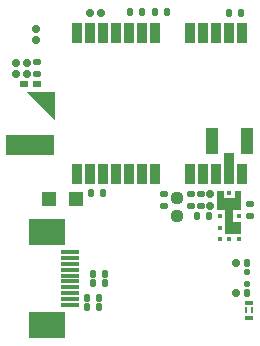
<source format=gtp>
G04*
G04 #@! TF.GenerationSoftware,Altium Limited,Altium Designer,23.3.1 (30)*
G04*
G04 Layer_Color=8421504*
%FSAX44Y44*%
%MOMM*%
G71*
G04*
G04 #@! TF.SameCoordinates,EEB403B8-57DA-4B53-8A1C-A64ED6DC22F4*
G04*
G04*
G04 #@! TF.FilePolarity,Positive*
G04*
G01*
G75*
%ADD16R,0.8000X0.3500*%
%ADD17R,0.2600X0.5000*%
%ADD18R,0.8500X1.8000*%
%ADD19R,1.1500X1.3000*%
G04:AMPARAMS|DCode=20|XSize=0.6mm|YSize=0.55mm|CornerRadius=0.1375mm|HoleSize=0mm|Usage=FLASHONLY|Rotation=180.000|XOffset=0mm|YOffset=0mm|HoleType=Round|Shape=RoundedRectangle|*
%AMROUNDEDRECTD20*
21,1,0.6000,0.2750,0,0,180.0*
21,1,0.3250,0.5500,0,0,180.0*
1,1,0.2750,-0.1625,0.1375*
1,1,0.2750,0.1625,0.1375*
1,1,0.2750,0.1625,-0.1375*
1,1,0.2750,-0.1625,-0.1375*
%
%ADD20ROUNDEDRECTD20*%
G04:AMPARAMS|DCode=21|XSize=0.95mm|YSize=0.95mm|CornerRadius=0.2375mm|HoleSize=0mm|Usage=FLASHONLY|Rotation=0.000|XOffset=0mm|YOffset=0mm|HoleType=Round|Shape=RoundedRectangle|*
%AMROUNDEDRECTD21*
21,1,0.9500,0.4750,0,0,0.0*
21,1,0.4750,0.9500,0,0,0.0*
1,1,0.4750,0.2375,-0.2375*
1,1,0.4750,-0.2375,-0.2375*
1,1,0.4750,-0.2375,0.2375*
1,1,0.4750,0.2375,0.2375*
%
%ADD21ROUNDEDRECTD21*%
G04:AMPARAMS|DCode=22|XSize=0.6mm|YSize=0.6mm|CornerRadius=0.15mm|HoleSize=0mm|Usage=FLASHONLY|Rotation=90.000|XOffset=0mm|YOffset=0mm|HoleType=Round|Shape=RoundedRectangle|*
%AMROUNDEDRECTD22*
21,1,0.6000,0.3000,0,0,90.0*
21,1,0.3000,0.6000,0,0,90.0*
1,1,0.3000,0.1500,0.1500*
1,1,0.3000,0.1500,-0.1500*
1,1,0.3000,-0.1500,-0.1500*
1,1,0.3000,-0.1500,0.1500*
%
%ADD22ROUNDEDRECTD22*%
G04:AMPARAMS|DCode=23|XSize=0.6mm|YSize=0.55mm|CornerRadius=0.1375mm|HoleSize=0mm|Usage=FLASHONLY|Rotation=270.000|XOffset=0mm|YOffset=0mm|HoleType=Round|Shape=RoundedRectangle|*
%AMROUNDEDRECTD23*
21,1,0.6000,0.2750,0,0,270.0*
21,1,0.3250,0.5500,0,0,270.0*
1,1,0.2750,-0.1375,-0.1625*
1,1,0.2750,-0.1375,0.1625*
1,1,0.2750,0.1375,0.1625*
1,1,0.2750,0.1375,-0.1625*
%
%ADD23ROUNDEDRECTD23*%
%ADD24R,1.0500X2.2000*%
%ADD25R,0.8500X1.0500*%
G04:AMPARAMS|DCode=26|XSize=0.6mm|YSize=0.6mm|CornerRadius=0.15mm|HoleSize=0mm|Usage=FLASHONLY|Rotation=180.000|XOffset=0mm|YOffset=0mm|HoleType=Round|Shape=RoundedRectangle|*
%AMROUNDEDRECTD26*
21,1,0.6000,0.3000,0,0,180.0*
21,1,0.3000,0.6000,0,0,180.0*
1,1,0.3000,-0.1500,0.1500*
1,1,0.3000,0.1500,0.1500*
1,1,0.3000,0.1500,-0.1500*
1,1,0.3000,-0.1500,-0.1500*
%
%ADD26ROUNDEDRECTD26*%
G04:AMPARAMS|DCode=27|XSize=0.5mm|YSize=0.6mm|CornerRadius=0.125mm|HoleSize=0mm|Usage=FLASHONLY|Rotation=180.000|XOffset=0mm|YOffset=0mm|HoleType=Round|Shape=RoundedRectangle|*
%AMROUNDEDRECTD27*
21,1,0.5000,0.3500,0,0,180.0*
21,1,0.2500,0.6000,0,0,180.0*
1,1,0.2500,-0.1250,0.1750*
1,1,0.2500,0.1250,0.1750*
1,1,0.2500,0.1250,-0.1750*
1,1,0.2500,-0.1250,-0.1750*
%
%ADD27ROUNDEDRECTD27*%
%ADD28R,0.3600X0.3400*%
%ADD29R,4.1000X1.7000*%
G04:AMPARAMS|DCode=30|XSize=0.5mm|YSize=0.55mm|CornerRadius=0.125mm|HoleSize=0mm|Usage=FLASHONLY|Rotation=180.000|XOffset=0mm|YOffset=0mm|HoleType=Round|Shape=RoundedRectangle|*
%AMROUNDEDRECTD30*
21,1,0.5000,0.3000,0,0,180.0*
21,1,0.2500,0.5500,0,0,180.0*
1,1,0.2500,-0.1250,0.1500*
1,1,0.2500,0.1250,0.1500*
1,1,0.2500,0.1250,-0.1500*
1,1,0.2500,-0.1250,-0.1500*
%
%ADD30ROUNDEDRECTD30*%
%ADD31R,3.1200X2.2400*%
%ADD32R,1.6000X0.3000*%
%ADD33R,0.7000X0.5000*%
%ADD34C,0.5000*%
G36*
X00475125Y00465250D02*
X00451125Y00489250D01*
X00475125D01*
Y00465250D01*
D02*
G37*
G36*
X00633000Y00388650D02*
X00626500D01*
Y00379150D01*
X00633000D01*
Y00368950D01*
X00619500D01*
Y00388650D01*
X00613000D01*
Y00405450D01*
X00618250D01*
Y00398950D01*
X00627750D01*
Y00405450D01*
X00633000D01*
Y00388650D01*
D02*
G37*
D16*
X00639500Y00310250D02*
D03*
Y00297750D02*
D03*
D17*
X00641850Y00304000D02*
D03*
X00637150D02*
D03*
D18*
X00494000Y00539250D02*
D03*
X00505000D02*
D03*
X00516000D02*
D03*
X00527000D02*
D03*
X00538000D02*
D03*
X00590000D02*
D03*
X00601000D02*
D03*
X00612000D02*
D03*
X00623000D02*
D03*
X00634000Y00419250D02*
D03*
Y00539250D02*
D03*
X00623000Y00419250D02*
D03*
X00612000D02*
D03*
X00601000D02*
D03*
X00590000D02*
D03*
X00538000D02*
D03*
X00527000D02*
D03*
X00516000D02*
D03*
X00505000D02*
D03*
X00494000D02*
D03*
X00549000D02*
D03*
X00560000D02*
D03*
X00549000Y00539250D02*
D03*
X00560000D02*
D03*
D19*
X00493000Y00398250D02*
D03*
X00470500D02*
D03*
D20*
X00640750Y00383950D02*
D03*
Y00393950D02*
D03*
X00590750Y00392250D02*
D03*
Y00402250D02*
D03*
X00598750D02*
D03*
Y00392250D02*
D03*
X00567749Y00402250D02*
D03*
Y00392250D02*
D03*
X00460375Y00514000D02*
D03*
Y00504000D02*
D03*
D21*
X00578750Y00399250D02*
D03*
Y00384250D02*
D03*
D22*
X00607000Y00402250D02*
D03*
X00607001Y00392598D02*
D03*
X00451374Y00513826D02*
D03*
X00451375Y00504174D02*
D03*
X00442499Y00513826D02*
D03*
X00442500Y00504174D02*
D03*
X00458999Y00542402D02*
D03*
X00459000Y00532750D02*
D03*
D23*
X00596000Y00383500D02*
D03*
X00606000D02*
D03*
X00623000Y00555750D02*
D03*
X00633000D02*
D03*
X00502556Y00307125D02*
D03*
X00512556D02*
D03*
X00502556Y00314875D02*
D03*
X00512556D02*
D03*
X00539000Y00556750D02*
D03*
X00549000D02*
D03*
X00570000D02*
D03*
X00560000D02*
D03*
X00507694Y00334875D02*
D03*
X00517694D02*
D03*
X00515750Y00403000D02*
D03*
X00505750D02*
D03*
X00517694Y00327125D02*
D03*
X00507694D02*
D03*
D24*
X00637750Y00447750D02*
D03*
X00608250D02*
D03*
D25*
X00623000Y00432500D02*
D03*
D26*
X00628348Y00318749D02*
D03*
Y00344249D02*
D03*
X00514652Y00556107D02*
D03*
X00505000Y00556107D02*
D03*
D27*
X00638000Y00318750D02*
D03*
Y00344250D02*
D03*
D28*
X00614800Y00364150D02*
D03*
Y00383950D02*
D03*
Y00374050D02*
D03*
Y00403750D02*
D03*
Y00390350D02*
D03*
X00623000Y00364150D02*
D03*
X00631200D02*
D03*
Y00383950D02*
D03*
X00623000Y00403750D02*
D03*
X00631200Y00390350D02*
D03*
Y00374050D02*
D03*
Y00403750D02*
D03*
D29*
X00454625Y00443750D02*
D03*
D30*
X00638000Y00326499D02*
D03*
Y00336499D02*
D03*
D31*
X00468750Y00369970D02*
D03*
Y00292030D02*
D03*
D32*
X00488550Y00353500D02*
D03*
Y00348500D02*
D03*
Y00343500D02*
D03*
Y00338500D02*
D03*
Y00333500D02*
D03*
Y00328500D02*
D03*
Y00323500D02*
D03*
Y00318500D02*
D03*
Y00313500D02*
D03*
Y00308500D02*
D03*
D33*
X00460375Y00496000D02*
D03*
X00449375D02*
D03*
D34*
X00623000Y00419250D02*
Y00432500D01*
M02*

</source>
